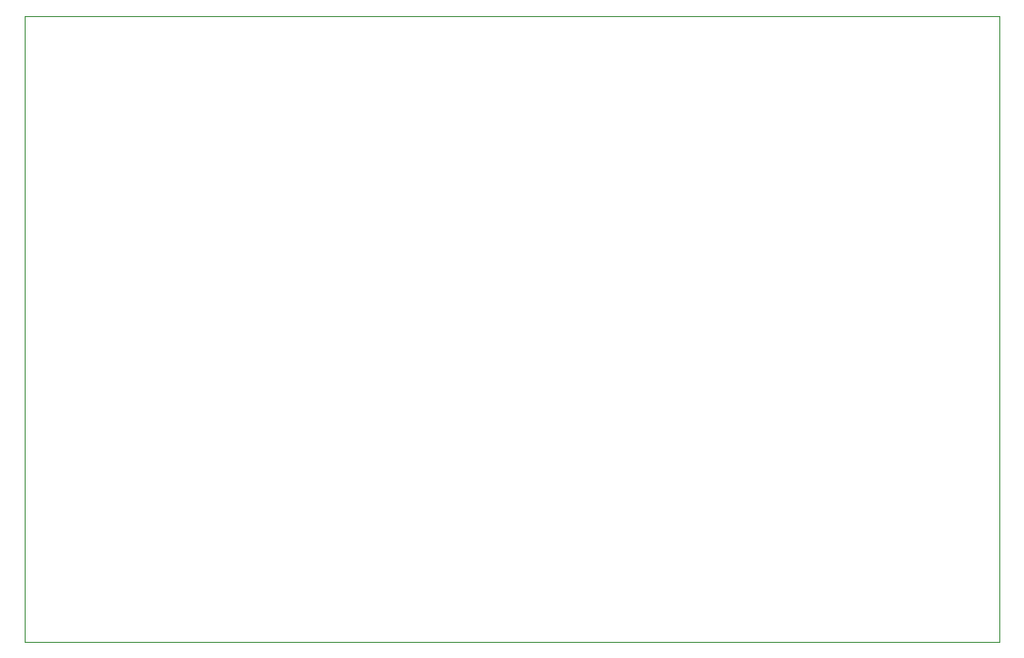
<source format=gbr>
%TF.GenerationSoftware,KiCad,Pcbnew,(6.0.2)*%
%TF.CreationDate,2022-04-06T15:05:21-04:00*%
%TF.ProjectId,SteeringHardware,53746565-7269-46e6-9748-617264776172,rev?*%
%TF.SameCoordinates,Original*%
%TF.FileFunction,Profile,NP*%
%FSLAX46Y46*%
G04 Gerber Fmt 4.6, Leading zero omitted, Abs format (unit mm)*
G04 Created by KiCad (PCBNEW (6.0.2)) date 2022-04-06 15:05:21*
%MOMM*%
%LPD*%
G01*
G04 APERTURE LIST*
%TA.AperFunction,Profile*%
%ADD10C,0.100000*%
%TD*%
G04 APERTURE END LIST*
D10*
X218800000Y-64500000D02*
X131800000Y-64500000D01*
X218800000Y-120400000D02*
X218800000Y-64500000D01*
X131800000Y-120400000D02*
X131800000Y-64500000D01*
X131800000Y-120400000D02*
X218800000Y-120400000D01*
M02*

</source>
